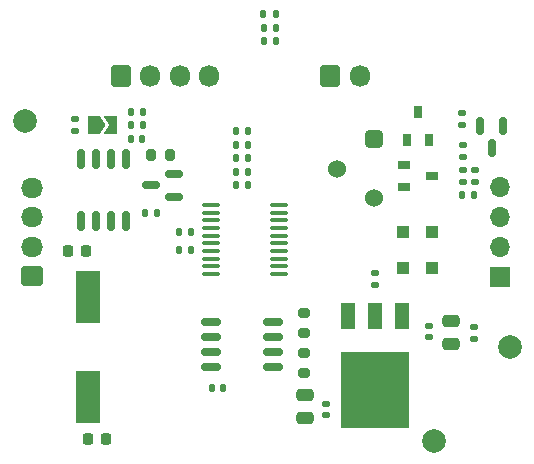
<source format=gbr>
%TF.GenerationSoftware,KiCad,Pcbnew,(6.0.11)*%
%TF.CreationDate,2024-03-01T02:38:12+09:00*%
%TF.ProjectId,Encoder,456e636f-6465-4722-9e6b-696361645f70,rev?*%
%TF.SameCoordinates,Original*%
%TF.FileFunction,Soldermask,Bot*%
%TF.FilePolarity,Negative*%
%FSLAX46Y46*%
G04 Gerber Fmt 4.6, Leading zero omitted, Abs format (unit mm)*
G04 Created by KiCad (PCBNEW (6.0.11)) date 2024-03-01 02:38:12*
%MOMM*%
%LPD*%
G01*
G04 APERTURE LIST*
G04 Aperture macros list*
%AMRoundRect*
0 Rectangle with rounded corners*
0 $1 Rounding radius*
0 $2 $3 $4 $5 $6 $7 $8 $9 X,Y pos of 4 corners*
0 Add a 4 corners polygon primitive as box body*
4,1,4,$2,$3,$4,$5,$6,$7,$8,$9,$2,$3,0*
0 Add four circle primitives for the rounded corners*
1,1,$1+$1,$2,$3*
1,1,$1+$1,$4,$5*
1,1,$1+$1,$6,$7*
1,1,$1+$1,$8,$9*
0 Add four rect primitives between the rounded corners*
20,1,$1+$1,$2,$3,$4,$5,0*
20,1,$1+$1,$4,$5,$6,$7,0*
20,1,$1+$1,$6,$7,$8,$9,0*
20,1,$1+$1,$8,$9,$2,$3,0*%
%AMFreePoly0*
4,1,6,1.000000,0.000000,0.500000,-0.750000,-0.500000,-0.750000,-0.500000,0.750000,0.500000,0.750000,1.000000,0.000000,1.000000,0.000000,$1*%
%AMFreePoly1*
4,1,6,0.500000,-0.750000,-0.650000,-0.750000,-0.150000,0.000000,-0.650000,0.750000,0.500000,0.750000,0.500000,-0.750000,0.500000,-0.750000,$1*%
G04 Aperture macros list end*
%ADD10C,2.000000*%
%ADD11R,1.700000X1.700000*%
%ADD12O,1.700000X1.700000*%
%ADD13RoundRect,0.381000X-0.381000X-0.381000X0.381000X-0.381000X0.381000X0.381000X-0.381000X0.381000X0*%
%ADD14C,1.524000*%
%ADD15RoundRect,0.135000X0.135000X0.185000X-0.135000X0.185000X-0.135000X-0.185000X0.135000X-0.185000X0*%
%ADD16RoundRect,0.200000X0.275000X-0.200000X0.275000X0.200000X-0.275000X0.200000X-0.275000X-0.200000X0*%
%ADD17RoundRect,0.140000X0.140000X0.170000X-0.140000X0.170000X-0.140000X-0.170000X0.140000X-0.170000X0*%
%ADD18RoundRect,0.135000X0.185000X-0.135000X0.185000X0.135000X-0.185000X0.135000X-0.185000X-0.135000X0*%
%ADD19RoundRect,0.135000X-0.185000X0.135000X-0.185000X-0.135000X0.185000X-0.135000X0.185000X0.135000X0*%
%ADD20RoundRect,0.250000X-0.600000X-0.675000X0.600000X-0.675000X0.600000X0.675000X-0.600000X0.675000X0*%
%ADD21O,1.700000X1.850000*%
%ADD22RoundRect,0.135000X-0.135000X-0.185000X0.135000X-0.185000X0.135000X0.185000X-0.135000X0.185000X0*%
%ADD23RoundRect,0.150000X0.587500X0.150000X-0.587500X0.150000X-0.587500X-0.150000X0.587500X-0.150000X0*%
%ADD24RoundRect,0.225000X0.225000X0.250000X-0.225000X0.250000X-0.225000X-0.250000X0.225000X-0.250000X0*%
%ADD25RoundRect,0.140000X-0.140000X-0.170000X0.140000X-0.170000X0.140000X0.170000X-0.140000X0.170000X0*%
%ADD26RoundRect,0.250000X0.675000X-0.600000X0.675000X0.600000X-0.675000X0.600000X-0.675000X-0.600000X0*%
%ADD27O,1.850000X1.700000*%
%ADD28RoundRect,0.225000X-0.225000X-0.250000X0.225000X-0.250000X0.225000X0.250000X-0.225000X0.250000X0*%
%ADD29RoundRect,0.250000X-0.475000X0.250000X-0.475000X-0.250000X0.475000X-0.250000X0.475000X0.250000X0*%
%ADD30RoundRect,0.140000X-0.170000X0.140000X-0.170000X-0.140000X0.170000X-0.140000X0.170000X0.140000X0*%
%ADD31R,1.200000X2.200000*%
%ADD32R,5.800000X6.400000*%
%ADD33R,1.000000X0.700000*%
%ADD34RoundRect,0.150000X-0.675000X-0.150000X0.675000X-0.150000X0.675000X0.150000X-0.675000X0.150000X0*%
%ADD35R,0.700000X1.000000*%
%ADD36RoundRect,0.200000X0.200000X0.275000X-0.200000X0.275000X-0.200000X-0.275000X0.200000X-0.275000X0*%
%ADD37FreePoly0,0.000000*%
%ADD38FreePoly1,0.000000*%
%ADD39R,1.000000X1.000000*%
%ADD40RoundRect,0.200000X-0.275000X0.200000X-0.275000X-0.200000X0.275000X-0.200000X0.275000X0.200000X0*%
%ADD41R,2.000000X4.500000*%
%ADD42RoundRect,0.150000X0.150000X-0.675000X0.150000X0.675000X-0.150000X0.675000X-0.150000X-0.675000X0*%
%ADD43RoundRect,0.150000X-0.150000X0.587500X-0.150000X-0.587500X0.150000X-0.587500X0.150000X0.587500X0*%
%ADD44RoundRect,0.100000X-0.637500X-0.100000X0.637500X-0.100000X0.637500X0.100000X-0.637500X0.100000X0*%
G04 APERTURE END LIST*
D10*
%TO.C,TP1*%
X161660000Y-108180000D03*
%TD*%
%TO.C,TP2*%
X155260000Y-116180000D03*
%TD*%
%TO.C,TP3*%
X120580000Y-89080000D03*
%TD*%
D11*
%TO.C,J4*%
X160800000Y-102300000D03*
D12*
X160800000Y-99760000D03*
X160800000Y-97220000D03*
X160800000Y-94680000D03*
%TD*%
D13*
%TO.C,SW2*%
X150210000Y-90610000D03*
D14*
X147010000Y-93110000D03*
X150210000Y-95610000D03*
%TD*%
D15*
%TO.C,R27*%
X141870000Y-82330000D03*
X140850000Y-82330000D03*
%TD*%
%TO.C,R29*%
X131760000Y-96870000D03*
X130740000Y-96870000D03*
%TD*%
D16*
%TO.C,R12*%
X144250000Y-110405000D03*
X144250000Y-108755000D03*
%TD*%
D17*
%TO.C,C12*%
X134640000Y-99980000D03*
X133680000Y-99980000D03*
%TD*%
D15*
%TO.C,R3*%
X139510000Y-91110000D03*
X138490000Y-91110000D03*
%TD*%
D18*
%TO.C,R2*%
X157700000Y-92100000D03*
X157700000Y-91080000D03*
%TD*%
D19*
%TO.C,R30*%
X124839999Y-88890002D03*
X124839999Y-89910002D03*
%TD*%
D20*
%TO.C,J2*%
X128730000Y-85290000D03*
D21*
X131230000Y-85290000D03*
X133730000Y-85290000D03*
X136230000Y-85290000D03*
%TD*%
D19*
%TO.C,R11*%
X158610000Y-106490000D03*
X158610000Y-107510000D03*
%TD*%
%TO.C,R13*%
X150220000Y-101930000D03*
X150220000Y-102950000D03*
%TD*%
D22*
%TO.C,R31*%
X129575000Y-89450001D03*
X130595000Y-89450001D03*
%TD*%
D23*
%TO.C,Q12*%
X133197500Y-93579999D03*
X133197500Y-95479999D03*
X131322500Y-94529999D03*
%TD*%
D24*
%TO.C,C5*%
X127475000Y-116000000D03*
X125925000Y-116000000D03*
%TD*%
D25*
%TO.C,C15*%
X129600000Y-90590001D03*
X130560000Y-90590001D03*
%TD*%
D26*
%TO.C,J3*%
X121230000Y-102220000D03*
D27*
X121230000Y-99720000D03*
X121230000Y-97220000D03*
X121230000Y-94720000D03*
%TD*%
D15*
%TO.C,R1*%
X139510000Y-89960000D03*
X138490000Y-89960000D03*
%TD*%
D28*
%TO.C,C6*%
X124250000Y-100100000D03*
X125800000Y-100100000D03*
%TD*%
D18*
%TO.C,R10*%
X157610000Y-89410000D03*
X157610000Y-88390000D03*
%TD*%
D19*
%TO.C,R7*%
X157690000Y-93230000D03*
X157690000Y-94250000D03*
%TD*%
D29*
%TO.C,C9*%
X144290000Y-112300000D03*
X144290000Y-114200000D03*
%TD*%
D30*
%TO.C,C3*%
X154810000Y-106440000D03*
X154810000Y-107400000D03*
%TD*%
D29*
%TO.C,C8*%
X156690000Y-106050000D03*
X156690000Y-107950000D03*
%TD*%
D31*
%TO.C,U1*%
X147980000Y-105550000D03*
X150260000Y-105550000D03*
D32*
X150260000Y-111850000D03*
D31*
X152540000Y-105550000D03*
%TD*%
D33*
%TO.C,Q3*%
X152700000Y-94700000D03*
X152700000Y-92800000D03*
X155100000Y-93750000D03*
%TD*%
D15*
%TO.C,R5*%
X139510000Y-92240000D03*
X138490000Y-92240000D03*
%TD*%
D30*
%TO.C,C4*%
X146080000Y-113020000D03*
X146080000Y-113980000D03*
%TD*%
D34*
%TO.C,U3*%
X136375000Y-109905000D03*
X136375000Y-108635000D03*
X136375000Y-107365000D03*
X136375000Y-106095000D03*
X141625000Y-106095000D03*
X141625000Y-107365000D03*
X141625000Y-108635000D03*
X141625000Y-109905000D03*
%TD*%
D15*
%TO.C,R24*%
X141850000Y-81180000D03*
X140830000Y-81180000D03*
%TD*%
D35*
%TO.C,Q1*%
X154850000Y-90700000D03*
X152950000Y-90700000D03*
X153900000Y-88300000D03*
%TD*%
D30*
%TO.C,C1*%
X158750000Y-93260000D03*
X158750000Y-94220000D03*
%TD*%
D36*
%TO.C,R28*%
X132930000Y-91920000D03*
X131280000Y-91920000D03*
%TD*%
D22*
%TO.C,R9*%
X157640000Y-95310000D03*
X158660000Y-95310000D03*
%TD*%
D37*
%TO.C,JP1*%
X126455000Y-89420001D03*
D38*
X127905000Y-89420001D03*
%TD*%
D39*
%TO.C,D2*%
X155110000Y-98490000D03*
X152610000Y-98490000D03*
%TD*%
D25*
%TO.C,C2*%
X136430000Y-111690000D03*
X137390000Y-111690000D03*
%TD*%
D15*
%TO.C,R8*%
X139510000Y-94500000D03*
X138490000Y-94500000D03*
%TD*%
D17*
%TO.C,C7*%
X134660000Y-98460000D03*
X133700000Y-98460000D03*
%TD*%
D15*
%TO.C,R4*%
X141830000Y-80040000D03*
X140810000Y-80040000D03*
%TD*%
D22*
%TO.C,R32*%
X129585000Y-88290001D03*
X130605000Y-88290001D03*
%TD*%
D40*
%TO.C,R14*%
X144200000Y-105345000D03*
X144200000Y-106995000D03*
%TD*%
D39*
%TO.C,D3*%
X155110000Y-101500000D03*
X152610000Y-101500000D03*
%TD*%
D41*
%TO.C,Y1*%
X125950000Y-103950000D03*
X125950000Y-112450000D03*
%TD*%
D42*
%TO.C,U2*%
X129180000Y-97535001D03*
X127910000Y-97535001D03*
X126640000Y-97535001D03*
X125370000Y-97535001D03*
X125370000Y-92285001D03*
X126640000Y-92285001D03*
X127910000Y-92285001D03*
X129180000Y-92285001D03*
%TD*%
D43*
%TO.C,Q2*%
X159180000Y-89462500D03*
X161080000Y-89462500D03*
X160130000Y-91337500D03*
%TD*%
D20*
%TO.C,J1*%
X146480000Y-85290000D03*
D21*
X148980000Y-85290000D03*
%TD*%
D44*
%TO.C,U4*%
X136377500Y-102025000D03*
X136377500Y-101375000D03*
X136377500Y-100725000D03*
X136377500Y-100075000D03*
X136377500Y-99425000D03*
X136377500Y-98775000D03*
X136377500Y-98125000D03*
X136377500Y-97475000D03*
X136377500Y-96825000D03*
X136377500Y-96175000D03*
X142102500Y-96175000D03*
X142102500Y-96825000D03*
X142102500Y-97475000D03*
X142102500Y-98125000D03*
X142102500Y-98775000D03*
X142102500Y-99425000D03*
X142102500Y-100075000D03*
X142102500Y-100725000D03*
X142102500Y-101375000D03*
X142102500Y-102025000D03*
%TD*%
D15*
%TO.C,R6*%
X139510000Y-93370000D03*
X138490000Y-93370000D03*
%TD*%
M02*

</source>
